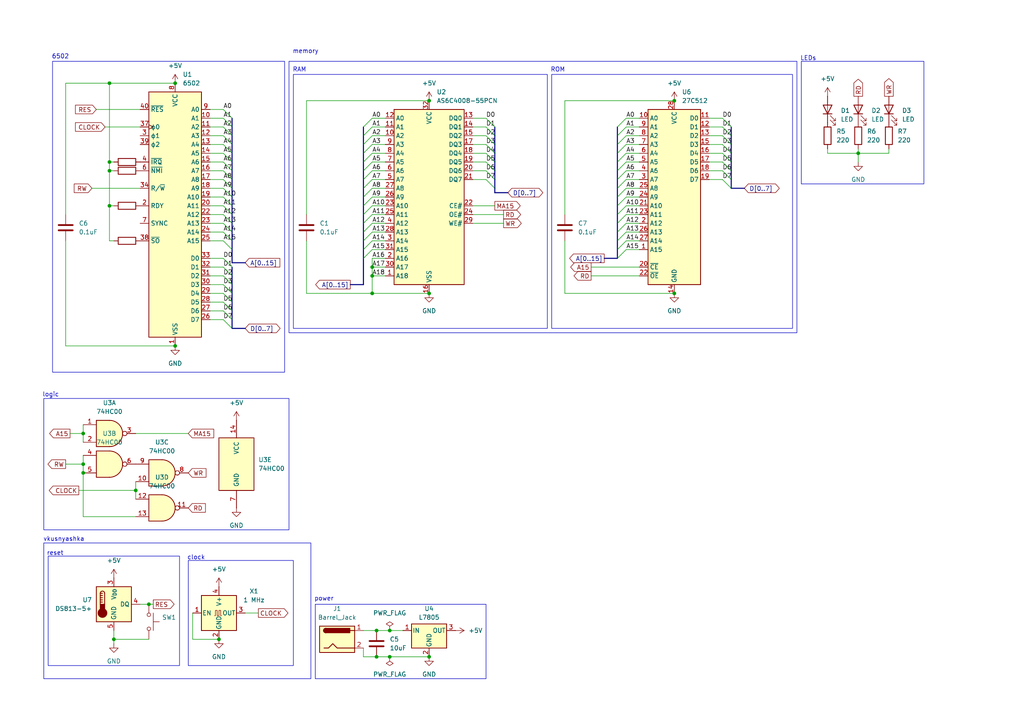
<source format=kicad_sch>
(kicad_sch (version 20231120) (generator "eeschema") (generator_version "8.0")
  (paper "A4")
  (title_block (title "6502 PC"))
  (lib_symbols
    (symbol "74xx:74HC00" (pin_names (offset 1.016))
      (property "Reference" "U" (at 0 1.27 0))
      (property "Value" "74HC00" (at 0 -1.27 0))
      (symbol "74HC00_1_1"
        (pin input line (at -7.62 2.54 0) (length 3.81) (name "~") (number "1"))
        (pin input line (at -7.62 -2.54 0) (length 3.81) (name "~") (number "2"))
        (pin output inverted (at 7.62 0 180) (length 3.81) (name "~") (number "3"))
      )
      (symbol "74HC00_1_2"
        (pin input inverted (at -7.62 2.54 0) (length 4.318) (name "~") (number "1"))
        (pin input inverted (at -7.62 -2.54 0) (length 4.318) (name "~") (number "2"))
        (pin output line (at 7.62 0 180) (length 3.81) (name "~") (number "3"))
      )
      (symbol "74HC00_2_1"
        (pin input line (at -7.62 2.54 0) (length 3.81) (name "~") (number "4"))
        (pin input line (at -7.62 -2.54 0) (length 3.81) (name "~") (number "5"))
        (pin output inverted (at 7.62 0 180) (length 3.81) (name "~") (number "6"))
      )
      (symbol "74HC00_2_2"
        (pin input inverted (at -7.62 2.54 0) (length 4.318) (name "~") (number "4"))
        (pin input inverted (at -7.62 -2.54 0) (length 4.318) (name "~") (number "5"))
        (pin output line (at 7.62 0 180) (length 3.81) (name "~") (number "6"))
      )
      (symbol "74HC00_3_1"
        (pin input line (at -7.62 -2.54 0) (length 3.81) (name "~") (number "10"))
        (pin output inverted (at 7.62 0 180) (length 3.81) (name "~") (number "8"))
        (pin input line (at -7.62 2.54 0) (length 3.81) (name "~") (number "9"))
      )
      (symbol "74HC00_3_2"
        (pin input inverted (at -7.62 -2.54 0) (length 4.318) (name "~") (number "10"))
        (pin output line (at 7.62 0 180) (length 3.81) (name "~") (number "8"))
        (pin input inverted (at -7.62 2.54 0) (length 4.318) (name "~") (number "9"))
      )
      (symbol "74HC00_4_1"
        (pin output inverted (at 7.62 0 180) (length 3.81) (name "~") (number "11"))
        (pin input line (at -7.62 2.54 0) (length 3.81) (name "~") (number "12"))
        (pin input line (at -7.62 -2.54 0) (length 3.81) (name "~") (number "13"))
      )
      (symbol "74HC00_4_2"
        (pin output line (at 7.62 0 180) (length 3.81) (name "~") (number "11"))
        (pin input inverted (at -7.62 2.54 0) (length 4.318) (name "~") (number "12"))
        (pin input inverted (at -7.62 -2.54 0) (length 4.318) (name "~") (number "13"))
      )
      (symbol "74HC00_5_0"
        (pin power_in line (at 0 12.7 270) (length 5.08) (name "VCC") (number "14"))
        (pin power_in line (at 0 -12.7 90) (length 5.08) (name "GND") (number "7"))
      )
    )
    (symbol "Connector:Barrel_Jack" (pin_names (offset 1.016))
      (property "Reference" "J" (at 0 5.334 0))
      (property "Value" "Barrel_Jack" (at 0 -5.08 0))
      (symbol "Barrel_Jack_1_1"
        (pin passive line (at 7.62 2.54 180) (length 2.54) (name "~") (number "1"))
        (pin passive line (at 7.62 -2.54 180) (length 2.54) (name "~") (number "2"))
      )
    )
    (symbol "Device:C" (pin_numbers hide) (pin_names (offset 0.254))
      (property "Reference" "C" (at 0.635 2.54 0))
      (property "Value" "C" (at 0.635 -2.54 0))
      (symbol "C_1_1"
        (pin passive line (at 0 3.81 270) (length 2.794) (name "~") (number "1"))
        (pin passive line (at 0 -3.81 90) (length 2.794) (name "~") (number "2"))
      )
    )
    (symbol "Device:LED" (pin_numbers hide) (pin_names (offset 1.016) hide)
      (property "Reference" "D" (at 0 2.54 0))
      (property "Value" "LED" (at 0 -2.54 0))
      (symbol "LED_1_1"
        (pin passive line (at -3.81 0 0) (length 2.54) (name "K") (number "1"))
        (pin passive line (at 3.81 0 180) (length 2.54) (name "A") (number "2"))
      )
    )
    (symbol "Device:R" (pin_numbers hide) (pin_names (offset 0))
      (property "Reference" "R" (at 2.032 0 90))
      (property "Value" "R" (at 0 0 90))
      (symbol "R_1_1"
        (pin passive line (at 0 3.81 270) (length 1.27) (name "~") (number "1"))
        (pin passive line (at 0 -3.81 90) (length 1.27) (name "~") (number "2"))
      )
    )
    (symbol "Memory_EPROM:27C512"
      (property "Reference" "U" (at -7.62 26.67 0))
      (property "Value" "27C512" (at 2.54 -26.67 0))
      (symbol "27C512_1_1"
        (pin input line (at -10.16 -15.24 0) (length 2.54) (name "A15") (number "1"))
        (pin input line (at -10.16 22.86 0) (length 2.54) (name "A0") (number "10"))
        (pin tri_state line (at 10.16 22.86 180) (length 2.54) (name "D0") (number "11"))
        (pin tri_state line (at 10.16 20.32 180) (length 2.54) (name "D1") (number "12"))
        (pin tri_state line (at 10.16 17.78 180) (length 2.54) (name "D2") (number "13"))
        (pin power_in line (at 0 -27.94 90) (length 2.54) (name "GND") (number "14"))
        (pin tri_state line (at 10.16 15.24 180) (length 2.54) (name "D3") (number "15"))
        (pin tri_state line (at 10.16 12.7 180) (length 2.54) (name "D4") (number "16"))
        (pin tri_state line (at 10.16 10.16 180) (length 2.54) (name "D5") (number "17"))
        (pin tri_state line (at 10.16 7.62 180) (length 2.54) (name "D6") (number "18"))
        (pin tri_state line (at 10.16 5.08 180) (length 2.54) (name "D7") (number "19"))
        (pin input line (at -10.16 -7.62 0) (length 2.54) (name "A12") (number "2"))
        (pin input line (at -10.16 -20.32 0) (length 2.54) (name "~{CE}") (number "20"))
        (pin input line (at -10.16 -2.54 0) (length 2.54) (name "A10") (number "21"))
        (pin input line (at -10.16 -22.86 0) (length 2.54) (name "~{OE}") (number "22"))
        (pin input line (at -10.16 -5.08 0) (length 2.54) (name "A11") (number "23"))
        (pin input line (at -10.16 0 0) (length 2.54) (name "A9") (number "24"))
        (pin input line (at -10.16 2.54 0) (length 2.54) (name "A8") (number "25"))
        (pin input line (at -10.16 -10.16 0) (length 2.54) (name "A13") (number "26"))
        (pin input line (at -10.16 -12.7 0) (length 2.54) (name "A14") (number "27"))
        (pin power_in line (at 0 27.94 270) (length 2.54) (name "VCC") (number "28"))
        (pin input line (at -10.16 5.08 0) (length 2.54) (name "A7") (number "3"))
        (pin input line (at -10.16 7.62 0) (length 2.54) (name "A6") (number "4"))
        (pin input line (at -10.16 10.16 0) (length 2.54) (name "A5") (number "5"))
        (pin input line (at -10.16 12.7 0) (length 2.54) (name "A4") (number "6"))
        (pin input line (at -10.16 15.24 0) (length 2.54) (name "A3") (number "7"))
        (pin input line (at -10.16 17.78 0) (length 2.54) (name "A2") (number "8"))
        (pin input line (at -10.16 20.32 0) (length 2.54) (name "A1") (number "9"))
      )
    )
    (symbol "Memory_RAM:AS6C4008-55PCN"
      (property "Reference" "U" (at -10.16 26.035 0))
      (property "Value" "AS6C4008-55PCN" (at 2.54 26.035 0))
      (symbol "AS6C4008-55PCN_0_0"
        (pin power_in line (at 0 -27.94 90) (length 2.54) (name "VSS") (number "16"))
        (pin power_in line (at 0 27.94 270) (length 2.54) (name "VCC") (number "32"))
      )
      (symbol "AS6C4008-55PCN_1_1"
        (pin input line (at -12.7 -22.86 0) (length 2.54) (name "A18") (number "1"))
        (pin input line (at -12.7 17.78 0) (length 2.54) (name "A2") (number "10"))
        (pin input line (at -12.7 20.32 0) (length 2.54) (name "A1") (number "11"))
        (pin input line (at -12.7 22.86 0) (length 2.54) (name "A0") (number "12"))
        (pin tri_state line (at 12.7 22.86 180) (length 2.54) (name "DQ0") (number "13"))
        (pin tri_state line (at 12.7 20.32 180) (length 2.54) (name "DQ1") (number "14"))
        (pin tri_state line (at 12.7 17.78 180) (length 2.54) (name "DQ2") (number "15"))
        (pin tri_state line (at 12.7 15.24 180) (length 2.54) (name "DQ3") (number "17"))
        (pin tri_state line (at 12.7 12.7 180) (length 2.54) (name "DQ4") (number "18"))
        (pin tri_state line (at 12.7 10.16 180) (length 2.54) (name "DQ5") (number "19"))
        (pin input line (at -12.7 -17.78 0) (length 2.54) (name "A16") (number "2"))
        (pin tri_state line (at 12.7 7.62 180) (length 2.54) (name "DQ6") (number "20"))
        (pin tri_state line (at 12.7 5.08 180) (length 2.54) (name "DQ7") (number "21"))
        (pin input line (at 12.7 -2.54 180) (length 2.54) (name "CE#") (number "22"))
        (pin input line (at -12.7 -2.54 0) (length 2.54) (name "A10") (number "23"))
        (pin input line (at 12.7 -5.08 180) (length 2.54) (name "OE#") (number "24"))
        (pin input line (at -12.7 -5.08 0) (length 2.54) (name "A11") (number "25"))
        (pin input line (at -12.7 0 0) (length 2.54) (name "A9") (number "26"))
        (pin input line (at -12.7 2.54 0) (length 2.54) (name "A8") (number "27"))
        (pin input line (at -12.7 -10.16 0) (length 2.54) (name "A13") (number "28"))
        (pin input line (at 12.7 -7.62 180) (length 2.54) (name "WE#") (number "29"))
        (pin input line (at -12.7 -12.7 0) (length 2.54) (name "A14") (number "3"))
        (pin input line (at -12.7 -20.32 0) (length 2.54) (name "A17") (number "30"))
        (pin input line (at -12.7 -15.24 0) (length 2.54) (name "A15") (number "31"))
        (pin input line (at -12.7 -7.62 0) (length 2.54) (name "A12") (number "4"))
        (pin input line (at -12.7 5.08 0) (length 2.54) (name "A7") (number "5"))
        (pin input line (at -12.7 7.62 0) (length 2.54) (name "A6") (number "6"))
        (pin input line (at -12.7 10.16 0) (length 2.54) (name "A5") (number "7"))
        (pin input line (at -12.7 12.7 0) (length 2.54) (name "A4") (number "8"))
        (pin input line (at -12.7 15.24 0) (length 2.54) (name "A3") (number "9"))
      )
    )
    (symbol "Oscillator:XO32" (pin_names (offset 0.254))
      (property "Reference" "X" (at -5.08 6.35 0))
      (property "Value" "XO32" (at 1.27 -6.35 0))
      (symbol "XO32_1_1"
        (pin input line (at -7.62 0 0) (length 2.54) (name "EN") (number "1"))
        (pin power_in line (at 0 -7.62 90) (length 2.54) (name "GND") (number "2"))
        (pin output line (at 7.62 0 180) (length 2.54) (name "OUT") (number "3"))
        (pin power_in line (at 0 7.62 270) (length 2.54) (name "V+") (number "4"))
      )
    )
    (symbol "PCM_65xx-library:6502"
      (property "Reference" "U" (at 2.54 40.64 0))
      (property "Value" "6502" (at 2.54 38.1 0))
      (symbol "6502_1_1"
        (pin power_in line (at 0 -38.1 90) (length 2.54) (name "VSS") (number "1"))
        (pin output line (at 10.16 27.94 180) (length 2.54) (name "A1") (number "10"))
        (pin output line (at 10.16 25.4 180) (length 2.54) (name "A2") (number "11"))
        (pin output line (at 10.16 22.86 180) (length 2.54) (name "A3") (number "12"))
        (pin output line (at 10.16 20.32 180) (length 2.54) (name "A4") (number "13"))
        (pin output line (at 10.16 17.78 180) (length 2.54) (name "A5") (number "14"))
        (pin output line (at 10.16 15.24 180) (length 2.54) (name "A6") (number "15"))
        (pin output line (at 10.16 12.7 180) (length 2.54) (name "A7") (number "16"))
        (pin output line (at 10.16 10.16 180) (length 2.54) (name "A8") (number "17"))
        (pin output line (at 10.16 7.62 180) (length 2.54) (name "A9") (number "18"))
        (pin output line (at 10.16 5.08 180) (length 2.54) (name "A10") (number "19"))
        (pin input line (at -10.16 2.54 0) (length 2.54) (name "RDY") (number "2"))
        (pin output line (at 10.16 2.54 180) (length 2.54) (name "A11") (number "20"))
        (pin passive line (at 0 -38.1 90) (length 2.54) hide (name "VSS") (number "21"))
        (pin output line (at 10.16 0 180) (length 2.54) (name "A12") (number "22"))
        (pin output line (at 10.16 -2.54 180) (length 2.54) (name "A13") (number "23"))
        (pin output line (at 10.16 -5.08 180) (length 2.54) (name "A14") (number "24"))
        (pin output line (at 10.16 -7.62 180) (length 2.54) (name "A15") (number "25"))
        (pin bidirectional line (at 10.16 -30.48 180) (length 2.54) (name "D7") (number "26"))
        (pin bidirectional line (at 10.16 -27.94 180) (length 2.54) (name "D6") (number "27"))
        (pin bidirectional line (at 10.16 -25.4 180) (length 2.54) (name "D5") (number "28"))
        (pin bidirectional line (at 10.16 -22.86 180) (length 2.54) (name "D4") (number "29"))
        (pin output line (at -10.16 22.86 0) (length 2.54) (name "ϕ1") (number "3"))
        (pin bidirectional line (at 10.16 -20.32 180) (length 2.54) (name "D3") (number "30"))
        (pin bidirectional line (at 10.16 -17.78 180) (length 2.54) (name "D2") (number "31"))
        (pin bidirectional line (at 10.16 -15.24 180) (length 2.54) (name "D1") (number "32"))
        (pin bidirectional line (at 10.16 -12.7 180) (length 2.54) (name "D0") (number "33"))
        (pin output line (at -10.16 7.62 0) (length 2.54) (name "R/~{W}") (number "34"))
        (pin no_connect non_logic (at -7.62 -15.24 0) (length 2.54) hide (name "nc") (number "35"))
        (pin no_connect non_logic (at -7.62 -17.78 0) (length 2.54) hide (name "nc") (number "36"))
        (pin input clock (at -10.16 25.4 0) (length 2.54) (name "ϕ0") (number "37"))
        (pin input line (at -10.16 -7.62 0) (length 2.54) (name "~{SO}") (number "38"))
        (pin output line (at -10.16 20.32 0) (length 2.54) (name "ϕ2") (number "39"))
        (pin input line (at -10.16 15.24 0) (length 2.54) (name "~{IRQ}") (number "4"))
        (pin input line (at -10.16 30.48 0) (length 2.54) (name "~{RES}") (number "40"))
        (pin no_connect non_logic (at -7.62 -12.7 0) (length 2.54) hide (name "nc") (number "5"))
        (pin input line (at -10.16 12.7 0) (length 2.54) (name "~{NMI}") (number "6"))
        (pin output line (at -10.16 -2.54 0) (length 2.54) (name "SYNC") (number "7"))
        (pin power_in line (at 0 38.1 270) (length 2.54) (name "VCC") (number "8"))
        (pin output line (at 10.16 30.48 180) (length 2.54) (name "A0") (number "9"))
      )
    )
    (symbol "Regulator_Linear:L7805" (pin_names (offset 0.254))
      (property "Reference" "U" (at -3.81 3.175 0))
      (property "Value" "L7805" (at 0 3.175 0))
      (symbol "L7805_1_1"
        (pin power_in line (at -7.62 0 0) (length 2.54) (name "IN") (number "1"))
        (pin power_in line (at 0 -7.62 90) (length 2.54) (name "GND") (number "2"))
        (pin power_out line (at 7.62 0 180) (length 2.54) (name "OUT") (number "3"))
      )
    )
    (symbol "Sensor_Temperature:DS18S20Z"
      (property "Reference" "U" (at -3.81 6.35 0))
      (property "Value" "DS18S20Z" (at 5.08 6.35 0))
      (symbol "DS18S20Z_1_1"
        (pin no_connect line (at -5.08 2.54 0) (length 2.54) hide (name "NC") (number "1"))
        (pin no_connect line (at -5.08 0 0) (length 2.54) hide (name "NC") (number "2"))
        (pin power_in line (at 0 7.62 270) (length 2.54) (name "V_{DD}") (number "3"))
        (pin bidirectional line (at 7.62 0 180) (length 2.54) (name "DQ") (number "4"))
        (pin power_in line (at 0 -7.62 90) (length 2.54) (name "GND") (number "5"))
        (pin no_connect line (at -5.08 -2.54 0) (length 2.54) hide (name "NC") (number "6"))
        (pin no_connect line (at 5.08 2.54 180) (length 2.54) hide (name "NC") (number "7"))
        (pin no_connect line (at 5.08 -2.54 180) (length 2.54) hide (name "NC") (number "8"))
      )
    )
    (symbol "Switch:SW_Push" (pin_numbers hide) (pin_names (offset 1.016) hide)
      (property "Reference" "SW" (at 1.27 2.54 0))
      (property "Value" "SW_Push" (at 0 -1.524 0))
      (symbol "SW_Push_0_1"
        (pin passive line (at -5.08 0 0) (length 2.54) (name "1") (number "1"))
        (pin passive line (at 5.08 0 180) (length 2.54) (name "2") (number "2"))
      )
    )
    (symbol "power:+5V" (power) (pin_numbers hide) (pin_names (offset 0) hide)
      (property "Value" "+5V" (at 0 3.556 0))
      (symbol "+5V_1_1"
        (pin power_in line (at 0 0 90) (length 0) (name "~") (number "1"))
      )
    )
    (symbol "power:GND" (power) (pin_numbers hide) (pin_names (offset 0) hide)
      (property "Value" "GND" (at 0 -3.81 0))
      (symbol "GND_1_1"
        (pin power_in line (at 0 0 270) (length 0) (name "~") (number "1"))
      )
    )
    (symbol "power:PWR_FLAG" (power) (pin_numbers hide) (pin_names (offset 0) hide)
      (property "Value" "PWR_FLAG" (at 0 3.81 0))
      (symbol "PWR_FLAG_0_0"
        (pin power_out line (at 0 0 90) (length 0) (name "~") (number "1"))
      )
    )
  )
  (junction (at 31.75 59.69))
  (junction (at 24.13 134.62))
  (junction (at 113.03 182.88))
  (junction (at 107.95 80.01))
  (junction (at 24.13 125.73))
  (junction (at 31.75 49.53))
  (junction (at 124.46 190.5))
  (junction (at 109.22 190.5))
  (junction (at 248.92 44.45))
  (junction (at 31.75 24.13))
  (junction (at 31.75 46.99))
  (junction (at 124.46 29.21))
  (junction (at 113.03 190.5))
  (junction (at 43.18 175.26))
  (junction (at 50.8 100.33))
  (junction (at 107.95 85.09))
  (junction (at 107.95 77.47))
  (junction (at 124.46 85.09))
  (junction (at 24.13 137.16))
  (junction (at 33.02 185.42))
  (junction (at 195.58 85.09))
  (junction (at 39.37 142.24))
  (junction (at 63.5 185.42))
  (junction (at 195.58 29.21))
  (junction (at 50.8 24.13))
  (junction (at 109.22 182.88))
  (bus_entry (at 107.95 41.91) (size -2.54 2.54))
  (bus_entry (at 181.61 52.07) (size -2.54 2.54))
  (bus_entry (at 107.95 36.83) (size -2.54 2.54))
  (bus_entry (at 181.61 44.45) (size -2.54 2.54))
  (bus_entry (at 107.95 39.37) (size -2.54 2.54))
  (bus_entry (at 181.61 59.69) (size -2.54 2.54))
  (bus_entry (at 107.95 59.69) (size -2.54 2.54))
  (bus_entry (at 64.77 85.09) (size 2.54 2.54))
  (bus_entry (at 140.97 49.53) (size 2.54 2.54))
  (bus_entry (at 64.77 82.55) (size 2.54 2.54))
  (bus_entry (at 107.95 34.29) (size -2.54 2.54))
  (bus_entry (at 181.61 39.37) (size -2.54 2.54))
  (bus_entry (at 181.61 57.15) (size -2.54 2.54))
  (bus_entry (at 64.77 74.93) (size 2.54 2.54))
  (bus_entry (at 64.77 44.45) (size 2.54 2.54))
  (bus_entry (at 140.97 52.07) (size 2.54 2.54))
  (bus_entry (at 64.77 90.17) (size 2.54 2.54))
  (bus_entry (at 209.55 36.83) (size 2.54 2.54))
  (bus_entry (at 64.77 39.37) (size 2.54 2.54))
  (bus_entry (at 64.77 67.31) (size 2.54 2.54))
  (bus_entry (at 64.77 36.83) (size 2.54 2.54))
  (bus_entry (at 107.95 49.53) (size -2.54 2.54))
  (bus_entry (at 64.77 46.99) (size 2.54 2.54))
  (bus_entry (at 64.77 92.71) (size 2.54 2.54))
  (bus_entry (at 64.77 34.29) (size 2.54 2.54))
  (bus_entry (at 140.97 34.29) (size 2.54 2.54))
  (bus_entry (at 107.95 52.07) (size -2.54 2.54))
  (bus_entry (at 181.61 64.77) (size -2.54 2.54))
  (bus_entry (at 181.61 34.29) (size -2.54 2.54))
  (bus_entry (at 64.77 69.85) (size 2.54 2.54))
  (bus_entry (at 140.97 36.83) (size 2.54 2.54))
  (bus_entry (at 64.77 80.01) (size 2.54 2.54))
  (bus_entry (at 64.77 77.47) (size 2.54 2.54))
  (bus_entry (at 64.77 62.23) (size 2.54 2.54))
  (bus_entry (at 64.77 87.63) (size 2.54 2.54))
  (bus_entry (at 181.61 36.83) (size -2.54 2.54))
  (bus_entry (at 181.61 49.53) (size -2.54 2.54))
  (bus_entry (at 107.95 69.85) (size -2.54 2.54))
  (bus_entry (at 64.77 49.53) (size 2.54 2.54))
  (bus_entry (at 107.95 72.39) (size -2.54 2.54))
  (bus_entry (at 107.95 54.61) (size -2.54 2.54))
  (bus_entry (at 107.95 67.31) (size -2.54 2.54))
  (bus_entry (at 209.55 39.37) (size 2.54 2.54))
  (bus_entry (at 181.61 41.91) (size -2.54 2.54))
  (bus_entry (at 209.55 46.99) (size 2.54 2.54))
  (bus_entry (at 140.97 41.91) (size 2.54 2.54))
  (bus_entry (at 209.55 49.53) (size 2.54 2.54))
  (bus_entry (at 64.77 59.69) (size 2.54 2.54))
  (bus_entry (at 140.97 39.37) (size 2.54 2.54))
  (bus_entry (at 140.97 46.99) (size 2.54 2.54))
  (bus_entry (at 140.97 44.45) (size 2.54 2.54))
  (bus_entry (at 209.55 41.91) (size 2.54 2.54))
  (bus_entry (at 107.95 62.23) (size -2.54 2.54))
  (bus_entry (at 181.61 62.23) (size -2.54 2.54))
  (bus_entry (at 64.77 31.75) (size 2.54 2.54))
  (bus_entry (at 64.77 41.91) (size 2.54 2.54))
  (bus_entry (at 64.77 52.07) (size 2.54 2.54))
  (bus_entry (at 107.95 57.15) (size -2.54 2.54))
  (bus_entry (at 107.95 64.77) (size -2.54 2.54))
  (bus_entry (at 64.77 54.61) (size 2.54 2.54))
  (bus_entry (at 64.77 64.77) (size 2.54 2.54))
  (bus_entry (at 181.61 46.99) (size -2.54 2.54))
  (bus_entry (at 209.55 34.29) (size 2.54 2.54))
  (bus_entry (at 209.55 52.07) (size 2.54 2.54))
  (bus_entry (at 107.95 44.45) (size -2.54 2.54))
  (bus_entry (at 181.61 54.61) (size -2.54 2.54))
  (bus_entry (at 181.61 69.85) (size -2.54 2.54))
  (bus_entry (at 64.77 57.15) (size 2.54 2.54))
  (bus_entry (at 209.55 44.45) (size 2.54 2.54))
  (bus_entry (at 107.95 46.99) (size -2.54 2.54))
  (bus_entry (at 181.61 67.31) (size -2.54 2.54))
  (bus_entry (at 181.61 72.39) (size -2.54 2.54))
  (wire (pts (xy 33.02 185.42) (xy 43.18 185.42)))
  (wire (pts (xy 140.97 52.07) (xy 137.16 52.07)))
  (wire (pts (xy 107.95 74.93) (xy 107.95 77.47)))
  (bus (pts (xy 67.31 69.85) (xy 67.31 72.39)))
  (bus (pts (xy 179.07 52.07) (xy 179.07 54.61)))
  (wire (pts (xy 60.96 34.29) (xy 64.77 34.29)))
  (wire (pts (xy 60.96 67.31) (xy 64.77 67.31)))
  (wire (pts (xy 163.83 29.21) (xy 163.83 62.23)))
  (wire (pts (xy 30.48 36.83) (xy 40.64 36.83)))
  (bus (pts (xy 212.09 49.53) (xy 212.09 52.07)))
  (wire (pts (xy 33.02 185.42) (xy 33.02 182.88)))
  (wire (pts (xy 111.76 46.99) (xy 107.95 46.99)))
  (wire (pts (xy 60.96 57.15) (xy 64.77 57.15)))
  (bus (pts (xy 67.31 52.07) (xy 67.31 54.61)))
  (wire (pts (xy 31.75 46.99) (xy 33.02 46.99)))
  (wire (pts (xy 88.9 29.21) (xy 88.9 62.23)))
  (wire (pts (xy 111.76 69.85) (xy 107.95 69.85)))
  (wire (pts (xy 113.03 190.5) (xy 124.46 190.5)))
  (wire (pts (xy 24.13 125.73) (xy 24.13 128.27)))
  (bus (pts (xy 143.51 54.61) (xy 143.51 55.88)))
  (bus (pts (xy 105.41 74.93) (xy 105.41 82.55)))
  (wire (pts (xy 111.76 72.39) (xy 107.95 72.39)))
  (wire (pts (xy 31.75 24.13) (xy 31.75 46.99)))
  (wire (pts (xy 209.55 44.45) (xy 205.74 44.45)))
  (wire (pts (xy 31.75 49.53) (xy 31.75 59.69)))
  (wire (pts (xy 185.42 69.85) (xy 181.61 69.85)))
  (wire (pts (xy 88.9 85.09) (xy 107.95 85.09)))
  (bus (pts (xy 67.31 44.45) (xy 67.31 46.99)))
  (wire (pts (xy 140.97 44.45) (xy 137.16 44.45)))
  (wire (pts (xy 60.96 52.07) (xy 64.77 52.07)))
  (bus (pts (xy 105.41 36.83) (xy 105.41 39.37)))
  (wire (pts (xy 33.02 186.69) (xy 33.02 185.42)))
  (bus (pts (xy 67.31 82.55) (xy 67.31 85.09)))
  (wire (pts (xy 185.42 57.15) (xy 181.61 57.15)))
  (wire (pts (xy 111.76 41.91) (xy 107.95 41.91)))
  (wire (pts (xy 240.03 44.45) (xy 248.92 44.45)))
  (bus (pts (xy 105.41 82.55) (xy 101.6 82.55)))
  (wire (pts (xy 105.41 182.88) (xy 109.22 182.88)))
  (bus (pts (xy 105.41 46.99) (xy 105.41 49.53)))
  (wire (pts (xy 140.97 34.29) (xy 137.16 34.29)))
  (bus (pts (xy 143.51 39.37) (xy 143.51 41.91)))
  (bus (pts (xy 179.07 67.31) (xy 179.07 69.85)))
  (wire (pts (xy 22.86 142.24) (xy 39.37 142.24)))
  (wire (pts (xy 55.88 185.42) (xy 63.5 185.42)))
  (wire (pts (xy 171.45 80.01) (xy 185.42 80.01)))
  (wire (pts (xy 60.96 64.77) (xy 64.77 64.77)))
  (bus (pts (xy 105.41 49.53) (xy 105.41 52.07)))
  (wire (pts (xy 60.96 62.23) (xy 64.77 62.23)))
  (wire (pts (xy 124.46 29.21) (xy 88.9 29.21)))
  (wire (pts (xy 88.9 69.85) (xy 88.9 85.09)))
  (wire (pts (xy 111.76 74.93) (xy 107.95 74.93)))
  (wire (pts (xy 60.96 46.99) (xy 64.77 46.99)))
  (bus (pts (xy 105.41 54.61) (xy 105.41 57.15)))
  (bus (pts (xy 67.31 36.83) (xy 67.31 39.37)))
  (wire (pts (xy 111.76 49.53) (xy 107.95 49.53)))
  (bus (pts (xy 67.31 87.63) (xy 67.31 90.17)))
  (bus (pts (xy 67.31 77.47) (xy 67.31 80.01)))
  (wire (pts (xy 185.42 41.91) (xy 181.61 41.91)))
  (wire (pts (xy 24.13 137.16) (xy 24.13 149.86)))
  (wire (pts (xy 248.92 44.45) (xy 248.92 46.99)))
  (wire (pts (xy 111.76 80.01) (xy 107.95 80.01)))
  (bus (pts (xy 105.41 67.31) (xy 105.41 69.85)))
  (bus (pts (xy 212.09 46.99) (xy 212.09 49.53)))
  (wire (pts (xy 31.75 69.85) (xy 33.02 69.85)))
  (bus (pts (xy 67.31 67.31) (xy 67.31 69.85)))
  (bus (pts (xy 67.31 95.25) (xy 71.12 95.25)))
  (wire (pts (xy 111.76 54.61) (xy 107.95 54.61)))
  (bus (pts (xy 179.07 49.53) (xy 179.07 52.07)))
  (bus (pts (xy 67.31 76.2) (xy 71.12 76.2)))
  (bus (pts (xy 212.09 36.83) (xy 212.09 39.37)))
  (wire (pts (xy 60.96 69.85) (xy 64.77 69.85)))
  (wire (pts (xy 137.16 59.69) (xy 143.51 59.69)))
  (bus (pts (xy 67.31 41.91) (xy 67.31 44.45)))
  (bus (pts (xy 143.51 52.07) (xy 143.51 54.61)))
  (wire (pts (xy 185.42 72.39) (xy 181.61 72.39)))
  (bus (pts (xy 105.41 44.45) (xy 105.41 46.99)))
  (wire (pts (xy 107.95 77.47) (xy 107.95 80.01)))
  (wire (pts (xy 140.97 46.99) (xy 137.16 46.99)))
  (wire (pts (xy 60.96 74.93) (xy 64.77 74.93)))
  (bus (pts (xy 105.41 72.39) (xy 105.41 74.93)))
  (wire (pts (xy 107.95 85.09) (xy 124.46 85.09)))
  (wire (pts (xy 60.96 59.69) (xy 64.77 59.69)))
  (wire (pts (xy 209.55 39.37) (xy 205.74 39.37)))
  (wire (pts (xy 185.42 46.99) (xy 181.61 46.99)))
  (wire (pts (xy 140.97 36.83) (xy 137.16 36.83)))
  (bus (pts (xy 143.51 44.45) (xy 143.51 46.99)))
  (bus (pts (xy 179.07 57.15) (xy 179.07 59.69)))
  (wire (pts (xy 185.42 62.23) (xy 181.61 62.23)))
  (wire (pts (xy 39.37 125.73) (xy 54.61 125.73)))
  (bus (pts (xy 67.31 92.71) (xy 67.31 95.25)))
  (wire (pts (xy 111.76 39.37) (xy 107.95 39.37)))
  (bus (pts (xy 105.41 69.85) (xy 105.41 72.39)))
  (wire (pts (xy 111.76 36.83) (xy 107.95 36.83)))
  (bus (pts (xy 179.07 44.45) (xy 179.07 46.99)))
  (bus (pts (xy 143.51 36.83) (xy 143.51 39.37)))
  (bus (pts (xy 105.41 52.07) (xy 105.41 54.61)))
  (bus (pts (xy 143.51 55.88) (xy 147.32 55.88)))
  (bus (pts (xy 179.07 72.39) (xy 179.07 74.93)))
  (bus (pts (xy 212.09 54.61) (xy 215.9 54.61)))
  (bus (pts (xy 105.41 59.69) (xy 105.41 62.23)))
  (wire (pts (xy 209.55 36.83) (xy 205.74 36.83)))
  (bus (pts (xy 67.31 90.17) (xy 67.31 92.71)))
  (bus (pts (xy 105.41 57.15) (xy 105.41 59.69)))
  (wire (pts (xy 185.42 49.53) (xy 181.61 49.53)))
  (bus (pts (xy 67.31 39.37) (xy 67.31 41.91)))
  (wire (pts (xy 111.76 57.15) (xy 107.95 57.15)))
  (wire (pts (xy 60.96 39.37) (xy 64.77 39.37)))
  (wire (pts (xy 24.13 134.62) (xy 24.13 137.16)))
  (wire (pts (xy 195.58 29.21) (xy 163.83 29.21)))
  (bus (pts (xy 212.09 39.37) (xy 212.09 41.91)))
  (bus (pts (xy 105.41 41.91) (xy 105.41 44.45)))
  (wire (pts (xy 140.97 49.53) (xy 137.16 49.53)))
  (wire (pts (xy 163.83 85.09) (xy 195.58 85.09)))
  (wire (pts (xy 31.75 46.99) (xy 31.75 49.53)))
  (wire (pts (xy 185.42 59.69) (xy 181.61 59.69)))
  (bus (pts (xy 67.31 72.39) (xy 67.31 76.2)))
  (wire (pts (xy 111.76 64.77) (xy 107.95 64.77)))
  (wire (pts (xy 60.96 87.63) (xy 64.77 87.63)))
  (bus (pts (xy 179.07 39.37) (xy 179.07 41.91)))
  (wire (pts (xy 209.55 41.91) (xy 205.74 41.91)))
  (bus (pts (xy 67.31 85.09) (xy 67.31 87.63)))
  (wire (pts (xy 209.55 46.99) (xy 205.74 46.99)))
  (wire (pts (xy 105.41 187.96) (xy 105.41 190.5)))
  (wire (pts (xy 50.8 24.13) (xy 31.75 24.13)))
  (wire (pts (xy 185.42 34.29) (xy 181.61 34.29)))
  (bus (pts (xy 67.31 80.01) (xy 67.31 82.55)))
  (wire (pts (xy 71.12 177.8) (xy 74.93 177.8)))
  (bus (pts (xy 67.31 59.69) (xy 67.31 62.23)))
  (wire (pts (xy 24.13 132.08) (xy 24.13 134.62)))
  (bus (pts (xy 143.51 41.91) (xy 143.51 44.45)))
  (wire (pts (xy 60.96 41.91) (xy 64.77 41.91)))
  (wire (pts (xy 24.13 149.86) (xy 39.37 149.86)))
  (wire (pts (xy 209.55 34.29) (xy 205.74 34.29)))
  (wire (pts (xy 27.94 31.75) (xy 40.64 31.75)))
  (wire (pts (xy 209.55 52.07) (xy 205.74 52.07)))
  (wire (pts (xy 185.42 39.37) (xy 181.61 39.37)))
  (wire (pts (xy 39.37 142.24) (xy 39.37 144.78)))
  (wire (pts (xy 111.76 62.23) (xy 107.95 62.23)))
  (wire (pts (xy 111.76 67.31) (xy 107.95 67.31)))
  (wire (pts (xy 248.92 43.18) (xy 248.92 44.45)))
  (wire (pts (xy 185.42 67.31) (xy 181.61 67.31)))
  (wire (pts (xy 137.16 64.77) (xy 146.05 64.77)))
  (wire (pts (xy 185.42 64.77) (xy 181.61 64.77)))
  (wire (pts (xy 185.42 54.61) (xy 181.61 54.61)))
  (bus (pts (xy 179.07 36.83) (xy 179.07 39.37)))
  (bus (pts (xy 67.31 57.15) (xy 67.31 59.69)))
  (wire (pts (xy 111.76 59.69) (xy 107.95 59.69)))
  (wire (pts (xy 19.05 100.33) (xy 50.8 100.33)))
  (wire (pts (xy 60.96 44.45) (xy 64.77 44.45)))
  (wire (pts (xy 24.13 123.19) (xy 24.13 125.73)))
  (bus (pts (xy 179.07 46.99) (xy 179.07 49.53)))
  (bus (pts (xy 67.31 64.77) (xy 67.31 67.31)))
  (wire (pts (xy 171.45 77.47) (xy 185.42 77.47)))
  (wire (pts (xy 185.42 52.07) (xy 181.61 52.07)))
  (wire (pts (xy 60.96 31.75) (xy 64.77 31.75)))
  (wire (pts (xy 40.64 175.26) (xy 43.18 175.26)))
  (wire (pts (xy 209.55 49.53) (xy 205.74 49.53)))
  (bus (pts (xy 105.41 39.37) (xy 105.41 41.91)))
  (wire (pts (xy 60.96 49.53) (xy 64.77 49.53)))
  (wire (pts (xy 111.76 34.29) (xy 107.95 34.29)))
  (bus (pts (xy 105.41 64.77) (xy 105.41 67.31)))
  (wire (pts (xy 60.96 92.71) (xy 64.77 92.71)))
  (wire (pts (xy 20.32 125.73) (xy 24.13 125.73)))
  (wire (pts (xy 55.88 177.8) (xy 55.88 185.42)))
  (bus (pts (xy 212.09 41.91) (xy 212.09 44.45)))
  (wire (pts (xy 240.03 43.18) (xy 240.03 44.45)))
  (wire (pts (xy 257.81 43.18) (xy 257.81 44.45)))
  (wire (pts (xy 140.97 41.91) (xy 137.16 41.91)))
  (bus (pts (xy 179.07 64.77) (xy 179.07 67.31)))
  (bus (pts (xy 212.09 44.45) (xy 212.09 46.99)))
  (wire (pts (xy 19.05 134.62) (xy 24.13 134.62)))
  (wire (pts (xy 107.95 80.01) (xy 107.95 85.09)))
  (bus (pts (xy 179.07 74.93) (xy 175.26 74.93)))
  (wire (pts (xy 113.03 182.88) (xy 116.84 182.88)))
  (bus (pts (xy 179.07 41.91) (xy 179.07 44.45)))
  (wire (pts (xy 31.75 59.69) (xy 33.02 59.69)))
  (wire (pts (xy 60.96 90.17) (xy 64.77 90.17)))
  (wire (pts (xy 109.22 190.5) (xy 113.03 190.5)))
  (bus (pts (xy 179.07 59.69) (xy 179.07 62.23)))
  (wire (pts (xy 60.96 80.01) (xy 64.77 80.01)))
  (wire (pts (xy 109.22 182.88) (xy 113.03 182.88)))
  (wire (pts (xy 163.83 69.85) (xy 163.83 85.09)))
  (bus (pts (xy 67.31 54.61) (xy 67.31 57.15)))
  (wire (pts (xy 257.81 44.45) (xy 248.92 44.45)))
  (wire (pts (xy 31.75 49.53) (xy 33.02 49.53)))
  (bus (pts (xy 179.07 54.61) (xy 179.07 57.15)))
  (wire (pts (xy 60.96 85.09) (xy 64.77 85.09)))
  (wire (pts (xy 185.42 44.45) (xy 181.61 44.45)))
  (bus (pts (xy 179.07 62.23) (xy 179.07 64.77)))
  (bus (pts (xy 143.51 46.99) (xy 143.51 49.53)))
  (bus (pts (xy 67.31 46.99) (xy 67.31 49.53)))
  (wire (pts (xy 185.42 36.83) (xy 181.61 36.83)))
  (wire (pts (xy 111.76 44.45) (xy 107.95 44.45)))
  (bus (pts (xy 212.09 52.07) (xy 212.09 54.61)))
  (wire (pts (xy 105.41 190.5) (xy 109.22 190.5)))
  (wire (pts (xy 60.96 54.61) (xy 64.77 54.61)))
  (wire (pts (xy 43.18 175.26) (xy 44.45 175.26)))
  (bus (pts (xy 143.51 49.53) (xy 143.51 52.07)))
  (wire (pts (xy 111.76 77.47) (xy 107.95 77.47)))
  (wire (pts (xy 140.97 39.37) (xy 137.16 39.37)))
  (wire (pts (xy 137.16 62.23) (xy 146.05 62.23)))
  (bus (pts (xy 105.41 62.23) (xy 105.41 64.77)))
  (bus (pts (xy 67.31 34.29) (xy 67.31 36.83)))
  (wire (pts (xy 111.76 52.07) (xy 107.95 52.07)))
  (bus (pts (xy 179.07 69.85) (xy 179.07 72.39)))
  (bus (pts (xy 67.31 62.23) (xy 67.31 64.77)))
  (wire (pts (xy 60.96 36.83) (xy 64.77 36.83)))
  (wire (pts (xy 39.37 139.7) (xy 39.37 142.24)))
  (wire (pts (xy 60.96 82.55) (xy 64.77 82.55)))
  (wire (pts (xy 26.67 54.61) (xy 40.64 54.61)))
  (wire (pts (xy 31.75 59.69) (xy 31.75 69.85)))
  (bus (pts (xy 67.31 49.53) (xy 67.31 52.07)))
  (wire (pts (xy 19.05 69.85) (xy 19.05 100.33)))
  (wire (pts (xy 60.96 77.47) (xy 64.77 77.47)))
  (wire (pts (xy 19.05 24.13) (xy 19.05 62.23)))
  (wire (pts (xy 31.75 24.13) (xy 19.05 24.13)))
  (rectangle (start 15.24 17.78) (end 82.55 107.95))
  (rectangle (start 12.7 115.57) (end 83.82 153.67))
  (rectangle (start 91.44 175.26) (end 140.97 196.85))
  (rectangle (start 160.02 21.59) (end 229.87 95.25))
  (rectangle (start 83.82 17.78) (end 231.14 96.52))
  (rectangle (start 232.41 17.78) (end 267.97 53.34))
  (rectangle (start 13.97 161.29) (end 52.07 193.04))
  (rectangle (start 54.61 162.56) (end 85.09 193.04))
  (rectangle (start 85.09 21.59) (end 158.75 95.25))
  (rectangle (start 12.7 157.48) (end 90.17 196.85))
  (text "memory" (at 88.646 14.986 0) (effects (font (size 1.27 1.27))))
  (text "reset" (at 16.002 160.528 0) (effects (font (size 1.27 1.27))))
  (text "logic" (at 14.732 114.554 0) (effects (font (size 1.27 1.27))))
  (text "ROM" (at 161.798 20.32 0) (effects (font (size 1.27 1.27))))
  (text "vkusnyashka" (at 18.542 156.464 0) (effects (font (size 1.27 1.27))))
  (text "clock" (at 56.896 161.798 0) (effects (font (size 1.27 1.27))))
  (text "LEDs" (at 234.442 17.018 0) (effects (font (size 1.27 1.27))))
  (text "6502" (at 17.526 16.51 0) (effects (font (size 1.27 1.27))))
  (text "RAM" (at 86.868 20.32 0) (effects (font (size 1.27 1.27))))
  (text "power" (at 93.98 173.736 0) (effects (font (size 1.27 1.27))))
  (label "D6" (at 140.97 49.53 0))
  (label "A4" (at 181.61 44.45 0))
  (label "A16" (at 107.95 74.93 0))
  (label "A5" (at 181.61 46.99 0))
  (label "D4" (at 209.55 44.45 0))
  (label "A7" (at 64.77 49.53 0))
  (label "A14" (at 64.77 67.31 0))
  (label "D6" (at 64.77 90.17 0))
  (label "A14" (at 107.95 69.85 0))
  (label "A5" (at 107.95 46.99 0))
  (label "A13" (at 181.61 67.31 0))
  (label "D6" (at 209.55 49.53 0))
  (label "A15" (at 181.61 72.39 0))
  (label "D3" (at 64.77 82.55 0))
  (label "A4" (at 64.77 41.91 0))
  (label "A6" (at 107.95 49.53 0))
  (label "A10" (at 64.77 57.15 0))
  (label "A0" (at 64.77 31.75 0))
  (label "A12" (at 107.95 64.77 0))
  (label "D5" (at 140.97 46.99 0))
  (label "A1" (at 107.95 36.83 0))
  (label "D3" (at 209.55 41.91 0))
  (label "D3" (at 140.97 41.91 0))
  (label "A3" (at 64.77 39.37 0))
  (label "A5" (at 64.77 44.45 0))
  (label "A8" (at 107.95 54.61 0))
  (label "A4" (at 107.95 44.45 0))
  (label "A10" (at 107.95 59.69 0))
  (label "D2" (at 64.77 80.01 0))
  (label "A15" (at 64.77 69.85 0))
  (label "A3" (at 107.95 41.91 0))
  (label "A6" (at 64.77 46.99 0))
  (label "A13" (at 64.77 64.77 0))
  (label "D0" (at 140.97 34.29 0))
  (label "A7" (at 181.61 52.07 0))
  (label "A18" (at 107.95 80.01 0))
  (label "A14" (at 181.61 69.85 0))
  (label "D5" (at 64.77 87.63 0))
  (label "D1" (at 64.77 77.47 0))
  (label "D4" (at 140.97 44.45 0))
  (label "A9" (at 107.95 57.15 0))
  (label "A13" (at 107.95 67.31 0))
  (label "A1" (at 181.61 36.83 0))
  (label "A10" (at 181.61 59.69 0))
  (label "A7" (at 107.95 52.07 0))
  (label "D7" (at 64.77 92.71 0))
  (label "A12" (at 64.77 62.23 0))
  (label "A8" (at 181.61 54.61 0))
  (label "D0" (at 209.55 34.29 0))
  (label "A2" (at 64.77 36.83 0))
  (label "A11" (at 181.61 62.23 0))
  (label "D2" (at 140.97 39.37 0))
  (label "A6" (at 181.61 49.53 0))
  (label "D1" (at 140.97 36.83 0))
  (label "A11" (at 107.95 62.23 0))
  (label "A1" (at 64.77 34.29 0))
  (label "A2" (at 181.61 39.37 0))
  (label "D7" (at 209.55 52.07 0))
  (label "A2" (at 107.95 39.37 0))
  (label "A3" (at 181.61 41.91 0))
  (label "A9" (at 181.61 57.15 0))
  (label "D7" (at 140.97 52.07 0))
  (label "D2" (at 209.55 39.37 0))
  (label "A0" (at 107.95 34.29 0))
  (label "A8" (at 64.77 52.07 0))
  (label "D4" (at 64.77 85.09 0))
  (label "D0" (at 64.77 74.93 0))
  (label "A12" (at 181.61 64.77 0))
  (label "A0" (at 181.61 34.29 0))
  (label "A9" (at 64.77 54.61 0))
  (label "A11" (at 64.77 59.69 0))
  (label "D5" (at 209.55 46.99 0))
  (label "A17" (at 107.95 77.47 0))
  (label "A15" (at 107.95 72.39 0))
  (label "D1" (at 209.55 36.83 0))
  (global_label "MA15" (shape output) (at 143.51 59.69 0) (property "Intersheetrefs" "${INTERSHEET_REFS}" (effects (hide yes))))
  (global_label "RW" (shape input) (at 26.67 54.61 180) (property "Intersheetrefs" "${INTERSHEET_REFS}" (effects (hide yes))))
  (global_label "A[0..15]" (shape output) (at 101.6 82.55 180) (property "Intersheetrefs" "${INTERSHEET_REFS}" (effects (hide yes))))
  (global_label "RD" (shape input) (at 54.61 147.32 0) (property "Intersheetrefs" "${INTERSHEET_REFS}" (effects (hide yes))))
  (global_label "D[0..7]" (shape tri_state) (at 71.12 95.25 0) (property "Intersheetrefs" "${INTERSHEET_REFS}" (effects (hide yes))))
  (global_label "CLOCK" (shape output) (at 74.93 177.8 0) (property "Intersheetrefs" "${INTERSHEET_REFS}" (effects (hide yes))))
  (global_label "RES" (shape output) (at 44.45 175.26 0) (property "Intersheetrefs" "${INTERSHEET_REFS}" (effects (hide yes))))
  (global_label "A15" (shape output) (at 171.45 77.47 180) (property "Intersheetrefs" "${INTERSHEET_REFS}" (effects (hide yes))))
  (global_label "CLOCK" (shape input) (at 30.48 36.83 180) (property "Intersheetrefs" "${INTERSHEET_REFS}" (effects (hide yes))))
  (global_label "WR" (shape output) (at 146.05 64.77 0) (property "Intersheetrefs" "${INTERSHEET_REFS}" (effects (hide yes))))
  (global_label "D[0..7]" (shape tri_state) (at 147.32 55.88 0) (property "Intersheetrefs" "${INTERSHEET_REFS}" (effects (hide yes))))
  (global_label "CLOCK" (shape output) (at 22.86 142.24 180) (property "Intersheetrefs" "${INTERSHEET_REFS}" (effects (hide yes))))
  (global_label "A15" (shape output) (at 20.32 125.73 180) (property "Intersheetrefs" "${INTERSHEET_REFS}" (effects (hide yes))))
  (global_label "RD" (shape output) (at 171.45 80.01 180) (property "Intersheetrefs" "${INTERSHEET_REFS}" (effects (hide yes))))
  (global_label "A[0..15]" (shape input) (at 71.12 76.2 0) (property "Intersheetrefs" "${INTERSHEET_REFS}" (effects (hide yes))))
  (global_label "RW" (shape output) (at 19.05 134.62 180) (property "Intersheetrefs" "${INTERSHEET_REFS}" (effects (hide yes))))
  (global_label "RES" (shape input) (at 27.94 31.75 180) (property "Intersheetrefs" "${INTERSHEET_REFS}" (effects (hide yes))))
  (global_label "A[0..15]" (shape output) (at 175.26 74.93 180) (property "Intersheetrefs" "${INTERSHEET_REFS}" (effects (hide yes))))
  (global_label "RD" (shape output) (at 146.05 62.23 0) (property "Intersheetrefs" "${INTERSHEET_REFS}" (effects (hide yes))))
  (global_label "D[0..7]" (shape tri_state) (at 215.9 54.61 0) (property "Intersheetrefs" "${INTERSHEET_REFS}" (effects (hide yes))))
  (global_label "WR" (shape input) (at 54.61 137.16 0) (property "Intersheetrefs" "${INTERSHEET_REFS}" (effects (hide yes))))
  (global_label "RD" (shape output) (at 248.92 27.94 90) (property "Intersheetrefs" "${INTERSHEET_REFS}" (effects (hide yes))))
  (global_label "MA15" (shape input) (at 54.61 125.73 0) (property "Intersheetrefs" "${INTERSHEET_REFS}" (effects (hide yes))))
  (global_label "WR" (shape output) (at 257.81 27.94 90) (property "Intersheetrefs" "${INTERSHEET_REFS}" (effects (hide yes))))
  (symbol (lib_id "power:+5V") (at 68.58 121.92 0) (unit 1)
    (property "Reference" "#PWR05" (effects (hide yes)))
    (property "Value" "+5V" (at 68.58 116.84 0))
    (property "Description" "Power symbol creates a global label with name \"+5V\"" (effects (hide yes)))
  )
  (symbol (lib_id "power:GND") (at 50.8 100.33 0) (unit 1)
    (property "Reference" "#PWR02" (effects (hide yes)))
    (property "Value" "GND" (at 50.8 105.41 0))
    (property "Description" "Power symbol creates a global label with name \"GND\" , ground" (effects (hide yes)))
  )
  (symbol (lib_id "Device:C") (at 109.22 186.69 0) (unit 1)
    (property "Reference" "C5" (at 113.03 185.4199 0) (effects (justify left)))
    (property "Value" "10uF" (at 113.03 187.9599 0) (effects (justify left)))
    (property "Footprint" "Capacitor_THT:CP_Radial_D4.0mm_P1.50mm" (effects (hide yes)))
    (property "Description" "Unpolarized capacitor" (effects (hide yes)))
  )
  (symbol (lib_id "74xx:74HC00") (at 31.75 125.73 0) (unit 1)
    (property "Reference" "U3" (at 31.7417 116.84 0))
    (property "Value" "74HC00" (at 31.7417 119.38 0))
    (property "Footprint" "Package_DIP:DIP-10_W7.62mm" (effects (hide yes)))
    (property "Datasheet" "http://www.ti.com/lit/gpn/sn74hc00" (effects (hide yes)))
    (property "Description" "quad 2-input NAND gate" (effects (hide yes)))
  )
  (symbol (lib_id "Regulator_Linear:L7805") (at 124.46 182.88 0) (unit 1)
    (property "Reference" "U4" (at 124.46 176.53 0))
    (property "Value" "L7805" (at 124.46 179.07 0))
    (property "Footprint" "Package_TO_SOT_THT:TO-220F-3_Vertical" (effects (hide yes)))
    (property "Datasheet" "http://www.st.com/content/ccc/resource/technical/document/datasheet/41/4f/b3/b0/12/d4/47/88/CD00000444.pdf/files/CD00000444.pdf/jcr:content/translations/en.CD00000444.pdf" (effects (hide yes)))
    (property "Description" "Positive 1.5A 35V Linear Regulator, Fixed Output 5V, TO-220/TO-263/TO-252" (effects (hide yes)))
  )
  (symbol (lib_id "74xx:74HC00") (at 31.75 134.62 0) (unit 2)
    (property "Reference" "U3" (at 31.7417 125.73 0))
    (property "Value" "74HC00" (at 31.7417 128.27 0))
    (property "Footprint" "Package_DIP:DIP-10_W7.62mm" (effects (hide yes)))
    (property "Datasheet" "http://www.ti.com/lit/gpn/sn74hc00" (effects (hide yes)))
    (property "Description" "quad 2-input NAND gate" (effects (hide yes)))
  )
  (symbol (lib_id "power:GND") (at 68.58 147.32 0) (unit 1)
    (property "Reference" "#PWR016" (effects (hide yes)))
    (property "Value" "GND" (at 68.58 152.4 0))
    (property "Description" "Power symbol creates a global label with name \"GND\" , ground" (effects (hide yes)))
  )
  (symbol (lib_id "Device:LED") (at 248.92 31.75 90) (unit 1)
    (property "Reference" "D2" (at 252.73 32.0674 90) (effects (justify right)))
    (property "Value" "LED" (at 252.73 34.6074 90) (effects (justify right)))
    (property "Footprint" "LED_THT:LED_D2.0mm_W4.0mm_H2.8mm_FlatTop" (effects (hide yes)))
    (property "Description" "Light emitting diode" (effects (hide yes)))
  )
  (symbol (lib_id "power:PWR_FLAG") (at 113.03 182.88 0) (unit 1)
    (property "Reference" "#FLG01" (effects (hide yes)))
    (property "Value" "PWR_FLAG" (at 113.03 177.8 0))
    (property "Description" "Special symbol for telling ERC where power comes from" (effects (hide yes)))
  )
  (symbol (lib_id "power:+5V") (at 240.03 27.94 0) (unit 1)
    (property "Reference" "#PWR012" (effects (hide yes)))
    (property "Value" "+5V" (at 240.03 22.86 0))
    (property "Description" "Power symbol creates a global label with name \"+5V\"" (effects (hide yes)))
  )
  (symbol (lib_id "Device:R") (at 36.83 46.99 270) (unit 1)
    (property "Reference" "R1" (effects (hide yes)))
    (property "Value" "R" (effects (hide yes)))
    (property "Footprint" "Resistor_THT:R_Axial_DIN0204_L3.6mm_D1.6mm_P5.08mm_Vertical" (effects (hide yes)))
    (property "Description" "Resistor" (effects (hide yes)))
  )
  (symbol (lib_id "Memory_RAM:AS6C4008-55PCN") (at 124.46 57.15 0) (unit 1)
    (property "Reference" "U2" (at 126.6541 26.67 0) (effects (justify left)))
    (property "Value" "AS6C4008-55PCN" (at 126.6541 29.21 0) (effects (justify left)))
    (property "Footprint" "Package_DIP:DIP-32_W15.24mm" (effects (hide yes)))
    (property "Datasheet" "https://www.alliancememory.com/wp-content/uploads/pdf/AS6C4008.pdf" (effects (hide yes)))
    (property "Description" "512K x 8 Low Power CMOS RAM, DIP-32" (effects (hide yes)))
  )
  (symbol (lib_id "Device:R") (at 36.83 49.53 270) (unit 1)
    (property "Reference" "R3" (effects (hide yes)))
    (property "Value" "R" (effects (hide yes)))
    (property "Footprint" "Resistor_THT:R_Axial_DIN0204_L3.6mm_D1.6mm_P5.08mm_Vertical" (effects (hide yes)))
    (property "Description" "Resistor" (effects (hide yes)))
  )
  (symbol (lib_id "Sensor_Temperature:DS18S20Z") (at 33.02 175.26 0) (unit 1)
    (property "Reference" "U7" (at 26.67 173.9899 0) (effects (justify right)))
    (property "Value" "DS813-5+" (at 26.67 176.5299 0) (effects (justify right)))
    (property "Footprint" "Package_SO:SOIC-8_3.9x4.9mm_P1.27mm" (effects (hide yes)))
    (property "Datasheet" "http://datasheets.maximintegrated.com/en/ds/DS18S20.pdf" (effects (hide yes)))
    (property "Description" "High-Precision 1-Wire Digital Thermometer SOIC-8" (effects (hide yes)))
  )
  (symbol (lib_id "Device:R") (at 257.81 39.37 0) (unit 1)
    (property "Reference" "R7" (at 260.35 38.0999 0) (effects (justify left)))
    (property "Value" "220" (at 260.35 40.6399 0) (effects (justify left)))
    (property "Footprint" "Resistor_THT:R_Axial_DIN0204_L3.6mm_D1.6mm_P5.08mm_Vertical" (effects (hide yes)))
    (property "Description" "Resistor" (effects (hide yes)))
  )
  (symbol (lib_id "Device:C") (at 19.05 66.04 0) (unit 1)
    (property "Reference" "C6" (at 22.86 64.7699 0) (effects (justify left)))
    (property "Value" "0.1uF" (at 22.86 67.3099 0) (effects (justify left)))
    (property "Footprint" "Capacitor_THT:CP_Radial_D4.0mm_P1.50mm" (effects (hide yes)))
    (property "Description" "Unpolarized capacitor" (effects (hide yes)))
  )
  (symbol (lib_id "power:GND") (at 124.46 85.09 0) (unit 1)
    (property "Reference" "#PWR04" (effects (hide yes)))
    (property "Value" "GND" (at 124.46 90.17 0))
    (property "Description" "Power symbol creates a global label with name \"GND\" , ground" (effects (hide yes)))
  )
  (symbol (lib_id "Device:LED") (at 240.03 31.75 90) (unit 1)
    (property "Reference" "D1" (at 243.84 32.0674 90) (effects (justify right)))
    (property "Value" "LED" (at 243.84 34.6074 90) (effects (justify right)))
    (property "Footprint" "LED_THT:LED_D2.0mm_W4.0mm_H2.8mm_FlatTop" (effects (hide yes)))
    (property "Description" "Light emitting diode" (effects (hide yes)))
  )
  (symbol (lib_id "74xx:74HC00") (at 46.99 147.32 0) (unit 4)
    (property "Reference" "U3" (at 46.9817 138.43 0))
    (property "Value" "74HC00" (at 46.9817 140.97 0))
    (property "Footprint" "Package_DIP:DIP-10_W7.62mm" (effects (hide yes)))
    (property "Datasheet" "http://www.ti.com/lit/gpn/sn74hc00" (effects (hide yes)))
    (property "Description" "quad 2-input NAND gate" (effects (hide yes)))
  )
  (symbol (lib_id "power:GND") (at 124.46 190.5 0) (unit 1)
    (property "Reference" "#PWR018" (effects (hide yes)))
    (property "Value" "GND" (at 124.46 195.58 0))
    (property "Description" "Power symbol creates a global label with name \"GND\" , ground" (effects (hide yes)))
  )
  (symbol (lib_id "power:+5V") (at 195.58 29.21 0) (unit 1)
    (property "Reference" "#PWR03" (effects (hide yes)))
    (property "Value" "+5V" (at 195.58 24.13 0))
    (property "Description" "Power symbol creates a global label with name \"+5V\"" (effects (hide yes)))
  )
  (symbol (lib_id "power:GND") (at 63.5 185.42 0) (unit 1)
    (property "Reference" "#PWR010" (effects (hide yes)))
    (property "Value" "GND" (at 63.5 190.5 0))
    (property "Description" "Power symbol creates a global label with name \"GND\" , ground" (effects (hide yes)))
  )
  (symbol (lib_id "power:+5V") (at 63.5 170.18 0) (unit 1)
    (property "Reference" "#PWR09" (effects (hide yes)))
    (property "Value" "+5V" (at 63.5 165.1 0))
    (property "Description" "Power symbol creates a global label with name \"+5V\"" (effects (hide yes)))
  )
  (symbol (lib_id "Memory_EPROM:27C512") (at 195.58 57.15 0) (unit 1)
    (property "Reference" "U6" (at 197.7741 26.67 0) (effects (justify left)))
    (property "Value" "27C512" (at 197.7741 29.21 0) (effects (justify left)))
    (property "Footprint" "Package_DIP:DIP-28_W15.24mm" (effects (hide yes)))
    (property "Datasheet" "http://ww1.microchip.com/downloads/en/DeviceDoc/doc0015.pdf" (effects (hide yes)))
    (property "Description" "OTP EPROM 512 KiBit" (effects (hide yes)))
  )
  (symbol (lib_id "Connector:Barrel_Jack") (at 97.79 185.42 0) (unit 1)
    (property "Reference" "J1" (at 97.79 176.53 0))
    (property "Value" "Barrel_Jack" (at 97.79 179.07 0))
    (property "Footprint" "Connector_BarrelJack:BarrelJack_CUI_PJ-063AH_Horizontal" (effects (hide yes)))
    (property "Description" "DC Barrel Jack" (effects (hide yes)))
  )
  (symbol (lib_id "power:GND") (at 195.58 85.09 0) (unit 1)
    (property "Reference" "#PWR06" (effects (hide yes)))
    (property "Value" "GND" (at 195.58 90.17 0))
    (property "Description" "Power symbol creates a global label with name \"GND\" , ground" (effects (hide yes)))
  )
  (symbol (lib_id "Device:R") (at 248.92 39.37 0) (unit 1)
    (property "Reference" "R6" (at 251.46 38.0999 0) (effects (justify left)))
    (property "Value" "220" (at 251.46 40.6399 0) (effects (justify left)))
    (property "Footprint" "Resistor_THT:R_Axial_DIN0204_L3.6mm_D1.6mm_P5.08mm_Vertical" (effects (hide yes)))
    (property "Description" "Resistor" (effects (hide yes)))
  )
  (symbol (lib_id "power:+5V") (at 132.08 182.88 270) (unit 1)
    (property "Reference" "#PWR015" (effects (hide yes)))
    (property "Value" "+5V" (at 135.89 182.8799 90) (effects (justify left)))
    (property "Description" "Power symbol creates a global label with name \"+5V\"" (effects (hide yes)))
  )
  (symbol (lib_id "Device:R") (at 240.03 39.37 0) (unit 1)
    (property "Reference" "R5" (at 242.57 38.0999 0) (effects (justify left)))
    (property "Value" "220" (at 242.57 40.6399 0) (effects (justify left)))
    (property "Footprint" "Resistor_THT:R_Axial_DIN0204_L3.6mm_D1.6mm_P5.08mm_Vertical" (effects (hide yes)))
    (property "Description" "Resistor" (effects (hide yes)))
  )
  (symbol (lib_id "Switch:SW_Push") (at 43.18 180.34 270) (unit 1)
    (property "Reference" "SW1" (at 46.99 179.0699 90) (effects (justify left)))
    (property "Value" "SW_Push" (effects (hide yes)))
    (property "Footprint" "Button_Switch_THT:SW_DIP_SPSTx01_Slide_6.7x4.1mm_W7.62mm_P2.54mm_LowProfile" (effects (hide yes)))
    (property "Description" "Push button switch, generic, two pins" (effects (hide yes)))
  )
  (symbol (lib_id "power:+5V") (at 33.02 167.64 0) (unit 1)
    (property "Reference" "#PWR07" (effects (hide yes)))
    (property "Value" "+5V" (at 33.02 162.56 0))
    (property "Description" "Power symbol creates a global label with name \"+5V\"" (effects (hide yes)))
  )
  (symbol (lib_id "Device:LED") (at 257.81 31.75 90) (unit 1)
    (property "Reference" "D3" (at 261.62 32.0674 90) (effects (justify right)))
    (property "Value" "LED" (at 261.62 34.6074 90) (effects (justify right)))
    (property "Footprint" "LED_THT:LED_D2.0mm_W4.0mm_H2.8mm_FlatTop" (effects (hide yes)))
    (property "Description" "Light emitting diode" (effects (hide yes)))
  )
  (symbol (lib_id "power:+5V") (at 50.8 24.13 0) (unit 1)
    (property "Reference" "#PWR019" (effects (hide yes)))
    (property "Value" "+5V" (at 50.8 19.05 0))
    (property "Description" "Power symbol creates a global label with name \"+5V\"" (effects (hide yes)))
  )
  (symbol (lib_id "PCM_65xx-library:6502") (at 50.8 62.23 0) (unit 1)
    (property "Reference" "U1" (at 52.9941 21.59 0) (effects (justify left)))
    (property "Value" "6502" (at 52.9941 24.13 0) (effects (justify left)))
    (property "Footprint" "Package_DIP:DIP-40_W15.24mm" (effects (hide yes)))
    (property "Datasheet" "http://www.6502.org/documents/datasheets/mos/mos_6500_mpu_mar_1980.pdf" (effects (hide yes)))
    (property "Description" "8-bit NMOS Microprocessor, 64K, DIP-40" (effects (hide yes)))
  )
  (symbol (lib_id "74xx:74HC00") (at 46.99 137.16 0) (unit 3)
    (property "Reference" "U3" (at 46.9817 128.27 0))
    (property "Value" "74HC00" (at 46.9817 130.81 0))
    (property "Footprint" "Package_DIP:DIP-10_W7.62mm" (effects (hide yes)))
    (property "Datasheet" "http://www.ti.com/lit/gpn/sn74hc00" (effects (hide yes)))
    (property "Description" "quad 2-input NAND gate" (effects (hide yes)))
  )
  (symbol (lib_id "power:GND") (at 248.92 46.99 0) (unit 1)
    (property "Reference" "#PWR011" (effects (hide yes)))
    (property "Value" "GND" (at 248.92 52.07 0))
    (property "Description" "Power symbol creates a global label with name \"GND\" , ground" (effects (hide yes)))
  )
  (symbol (lib_id "Device:R") (at 36.83 69.85 270) (unit 1)
    (property "Reference" "R4" (effects (hide yes)))
    (property "Value" "R" (effects (hide yes)))
    (property "Footprint" "Resistor_THT:R_Axial_DIN0204_L3.6mm_D1.6mm_P5.08mm_Vertical" (effects (hide yes)))
    (property "Description" "Resistor" (effects (hide yes)))
  )
  (symbol (lib_id "power:GND") (at 33.02 186.69 0) (unit 1)
    (property "Reference" "#PWR08" (effects (hide yes)))
    (property "Value" "GND" (at 33.02 191.77 0))
    (property "Description" "Power symbol creates a global label with name \"GND\" , ground" (effects (hide yes)))
  )
  (symbol (lib_id "74xx:74HC00") (at 68.58 134.62 0) (unit 5)
    (property "Reference" "U3" (at 74.93 133.3499 0) (effects (justify left)))
    (property "Value" "74HC00" (at 74.93 135.8899 0) (effects (justify left)))
    (property "Footprint" "Package_DIP:DIP-10_W7.62mm" (effects (hide yes)))
    (property "Datasheet" "http://www.ti.com/lit/gpn/sn74hc00" (effects (hide yes)))
    (property "Description" "quad 2-input NAND gate" (effects (hide yes)))
  )
  (symbol (lib_id "power:+5V") (at 124.46 29.21 0) (unit 1)
    (property "Reference" "#PWR01" (effects (hide yes)))
    (property "Value" "+5V" (at 124.46 24.13 0))
    (property "Description" "Power symbol creates a global label with name \"+5V\"" (effects (hide yes)))
  )
  (symbol (lib_id "Oscillator:XO32") (at 63.5 177.8 0) (unit 1)
    (property "Reference" "X1" (at 73.66 171.4814 0))
    (property "Value" "1 MHz" (at 73.66 174.0214 0))
    (property "Footprint" "Oscillator:Oscillator_SMD_EuroQuartz_XO32-4Pin_3.2x2.5mm" (effects (hide yes)))
    (property "Datasheet" "http://cdn-reichelt.de/documents/datenblatt/B400/XO32.pdf" (effects (hide yes)))
    (property "Description" "HCMOS Clock Oscillator" (effects (hide yes)))
  )
  (symbol (lib_id "power:PWR_FLAG") (at 113.03 190.5 0) (mirror x) (unit 1)
    (property "Reference" "#FLG02" (effects (hide yes)))
    (property "Value" "PWR_FLAG" (at 113.03 195.58 0))
    (property "Description" "Special symbol for telling ERC where power comes from" (effects (hide yes)))
  )
  (symbol (lib_id "Device:R") (at 36.83 59.69 270) (unit 1)
    (property "Reference" "R2" (effects (hide yes)))
    (property "Value" "R" (effects (hide yes)))
    (property "Footprint" "Resistor_THT:R_Axial_DIN0204_L3.6mm_D1.6mm_P5.08mm_Vertical" (effects (hide yes)))
    (property "Description" "Resistor" (effects (hide yes)))
  )
  (symbol (lib_id "Device:C") (at 88.9 66.04 0) (unit 1)
    (property "Reference" "C1" (at 92.71 64.7699 0) (effects (justify left)))
    (property "Value" "0.1uF" (at 92.71 67.3099 0) (effects (justify left)))
    (property "Footprint" "Capacitor_THT:CP_Radial_D4.0mm_P1.50mm" (effects (hide yes)))
    (property "Description" "Unpolarized capacitor" (effects (hide yes)))
  )
  (symbol (lib_id "Device:C") (at 163.83 66.04 0) (unit 1)
    (property "Reference" "C7" (at 167.64 64.7699 0) (effects (justify left)))
    (property "Value" "0.1uF" (at 167.64 67.3099 0) (effects (justify left)))
    (property "Footprint" "Capacitor_THT:CP_Radial_D4.0mm_P1.50mm" (effects (hide yes)))
    (property "Description" "Unpolarized capacitor" (effects (hide yes)))
  )
)
</source>
